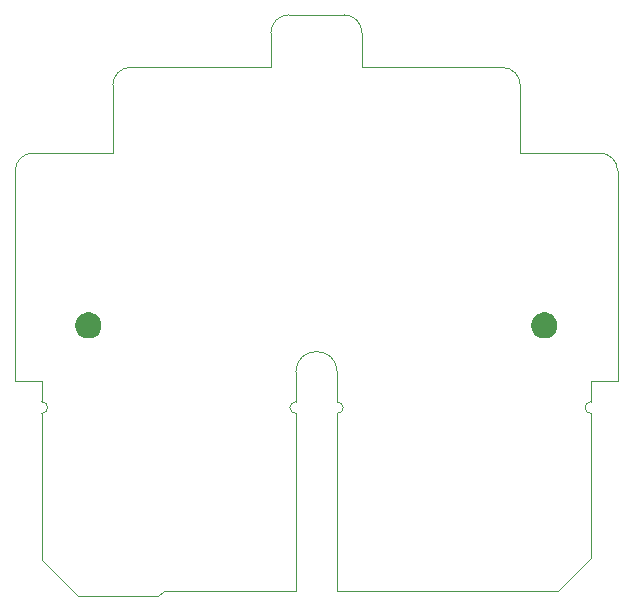
<source format=gbr>
%TF.GenerationSoftware,Altium Limited,Altium Designer,21.6.4 (81)*%
G04 Layer_Color=0*
%FSLAX43Y43*%
%MOMM*%
%TF.SameCoordinates,1CE7F002-25C6-4FEA-A4B7-191A7A1919B5*%
%TF.FilePolarity,Positive*%
%TF.FileFunction,Profile,NP*%
%TF.Part,Single*%
G01*
G75*
%TA.AperFunction,Profile*%
%ADD64C,0.025*%
G36*
X43700Y22452D02*
Y22344D01*
X43743Y22131D01*
X43826Y21931D01*
X43946Y21751D01*
X44099Y21598D01*
X44279Y21478D01*
X44479Y21395D01*
X44692Y21352D01*
X44800D01*
X44909D01*
X45121Y21395D01*
X45321Y21478D01*
X45502Y21598D01*
X45655Y21751D01*
X45775Y21931D01*
X45858Y22131D01*
X45900Y22344D01*
Y22452D01*
Y22561D01*
X45858Y22773D01*
X45775Y22973D01*
X45655Y23154D01*
X45502Y23307D01*
X45321Y23427D01*
X45121Y23510D01*
X44909Y23552D01*
X44800D01*
X44692D01*
X44479Y23510D01*
X44279Y23427D01*
X44099Y23307D01*
X43946Y23154D01*
X43826Y22973D01*
X43743Y22773D01*
X43700Y22561D01*
Y22452D01*
D01*
D02*
G37*
G36*
X5100D02*
Y22344D01*
X5143Y22131D01*
X5226Y21931D01*
X5346Y21751D01*
X5499Y21598D01*
X5679Y21478D01*
X5879Y21395D01*
X6092Y21352D01*
X6200D01*
X6309D01*
X6521Y21395D01*
X6721Y21478D01*
X6902Y21598D01*
X7055Y21751D01*
X7175Y21931D01*
X7258Y22131D01*
X7300Y22344D01*
Y22452D01*
Y22561D01*
X7258Y22773D01*
X7175Y22973D01*
X7055Y23154D01*
X6902Y23307D01*
X6721Y23427D01*
X6521Y23510D01*
X6309Y23552D01*
X6200D01*
X6092D01*
X5879Y23510D01*
X5679Y23427D01*
X5499Y23307D01*
X5346Y23154D01*
X5226Y22973D01*
X5143Y22773D01*
X5100Y22561D01*
Y22452D01*
D01*
D02*
G37*
D64*
X2250Y2610D02*
Y15000D01*
D02*
G03*
X2250Y16000I0J500D01*
G01*
X2250Y17752D01*
X0Y17752D01*
Y35552D01*
D02*
G02*
X1500Y37052I1500J0D01*
G01*
X8250D01*
Y42802D01*
X8260Y42802D01*
D02*
G02*
X9760Y44302I1500J0D01*
G01*
X9750Y44302D01*
X21650D01*
Y47242D01*
D02*
G02*
X23150Y48742I1500J0D01*
G01*
Y48752D01*
X27850D01*
X27852Y48750D01*
D02*
G02*
X29352Y47250I0J-1500D01*
G01*
X29350Y47252D01*
Y44302D01*
X41250D01*
X41252Y44300D01*
D02*
G02*
X42752Y42800I0J-1500D01*
G01*
X42750Y42802D01*
Y37052D01*
X49500D01*
X49502Y37050D01*
D02*
G02*
X51002Y35550I0J-1500D01*
G01*
X51000Y35552D01*
Y17752D01*
X48750D01*
Y16000D01*
D02*
G03*
X48750Y15000I0J-500D01*
G01*
Y2802D01*
X45950Y2D01*
X27260D01*
Y15000D01*
D02*
G03*
X27260Y16000I0J500D01*
G01*
X27260Y18490D01*
D02*
G03*
X23760Y18490I-1750J0D01*
G01*
Y16000D01*
D02*
G03*
X23760Y15000I0J-500D01*
G01*
Y12D01*
X23750Y2D01*
X12592D01*
X12110Y-480D01*
X5340D01*
X2250Y2610D01*
%TF.MD5,d7eef58dbc89dcdc6a7dc0051de0c766*%
M02*

</source>
